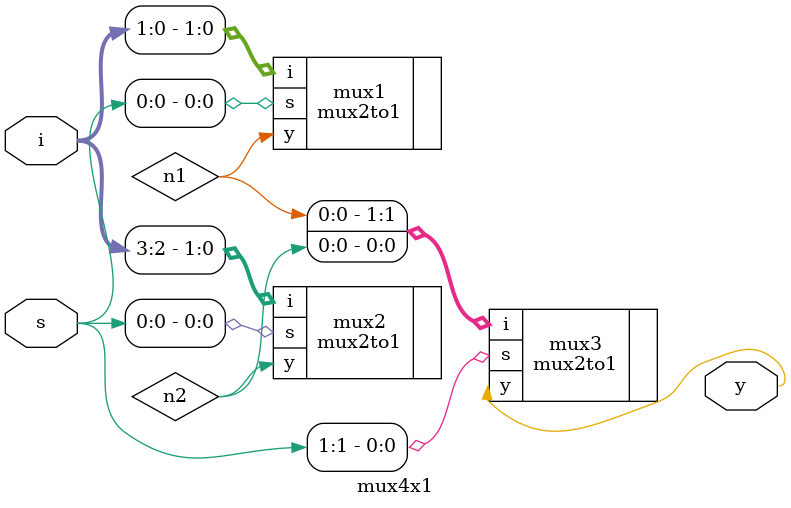
<source format=v>
module mux4x1(
    input [3:0]i,
    output y,
    input [1:0]s
    );
    wire n1,n2;
    mux2to1 mux1(.i(i[1:0]),.s(s[0]),.y(n1));
    mux2to1 mux2(.i(i[3:2]),.s(s[0]),.y(n2));
    mux2to1 mux3(.i({n1,n2}),.s(s[1]),.y(y));
endmodule

</source>
